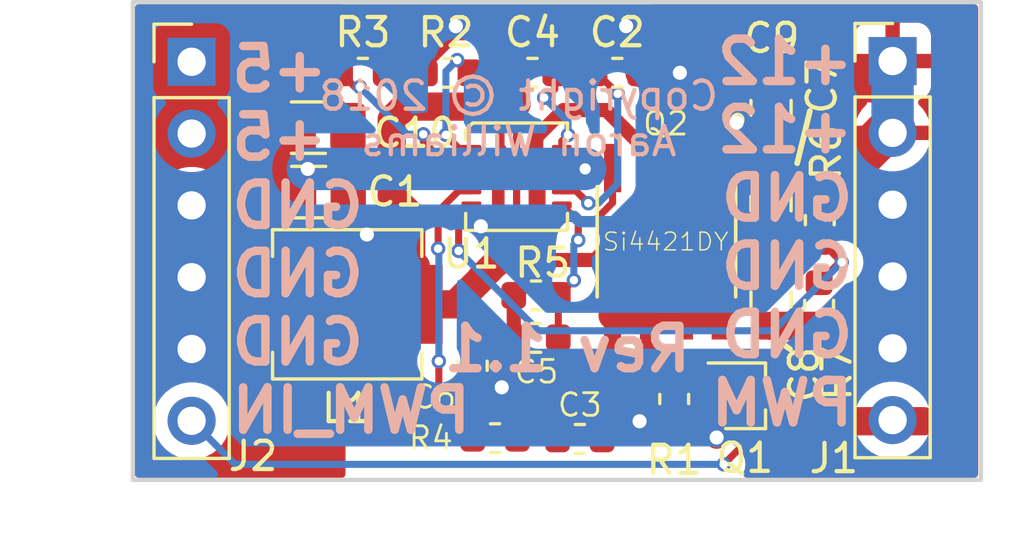
<source format=kicad_pcb>
(kicad_pcb (version 20221018) (generator pcbnew)
  (title_block (title "12V Booster 2A") (date "2018-10-31") (rev "1.1") (company "Copyright © 2018 by Aaron Williams"))
  (layers (0 "F.Cu" mixed) (31 "B.Cu" mixed) (34 "B.Paste" user) (35 "F.Paste" user) (36 "B.SilkS" user "B.Silkscreen") (37 "F.SilkS" user "F.Silkscreen") (38 "B.Mask" user) (39 "F.Mask" user) (44 "Edge.Cuts" user))
  (net 0 "")
  (net 1 "GND")
  (net 2 "/FB")
  (net 3 "+12V")
  (net 4 "+5V")
  (net 5 "/COMP")
  (net 6 "/PWM_CTL")
  (net 7 "/PWM")
  (net 8 "/VCC")
  (net 9 "/FREQ")
  (net 10 "/ILIMIT")
  (net 11 "/SW")
  (net 12 "/VOUT")
  (net 13 "/DISDRV")
  (net 14 "/BST")
  (net 15 "Net-(C3-Pad1)")
  (footprint "Resistor_SMD:R_0603_1608Metric" (layer "F.Cu") (at 129.7125 75.325)
    (fp_text reference "R4" (at -2.2725 -0.005 180) (layer "F.SilkS") (effects (font (size 0.8 0.8) (thickness 0.1))))
    (fp_text value "44.2K")
    (fp_line (start -0.162779 -0.51) (end 0.162779 -0.51) (stroke (width 0.12)) (layer "F.SilkS"))
    (fp_line (start -0.162779 0.51) (end 0.162779 0.51) (stroke (width 0.12)) (layer "F.SilkS"))
    (pad "1" smd roundrect (at -0.7875 0) (size 0.875 0.95) (layers "F.Cu" "F.Paste" "F.Mask") (net 5 "/COMP"))
    (pad "2" smd roundrect (at 0.7875 0) (size 0.875 0.95) (layers "F.Cu" "F.Paste" "F.Mask") (net 15 "Net-(C3-Pad1)"))
  )
  (footprint "Resistor_SMD:R_0603_1608Metric" (layer "F.Cu") (at 125.0375 62.4)
    (fp_text reference "R3" (at 0 -1.43) (layer "F.SilkS"))
    (fp_text value "68.1K")
    (fp_line (start -0.162779 -0.51) (end 0.162779 -0.51) (stroke (width 0.12)) (layer "F.SilkS"))
    (fp_line (start -0.162779 0.51) (end 0.162779 0.51) (stroke (width 0.12)) (layer "F.SilkS"))
    (pad "1" smd roundrect (at -0.7875 0) (size 0.875 0.95) (layers "F.Cu" "F.Paste" "F.Mask") (net 10 "/ILIMIT"))
    (pad "2" smd roundrect (at 0.7875 0) (size 0.875 0.95) (layers "F.Cu" "F.Paste" "F.Mask") (net 1 "GND"))
  )
  (footprint "Resistor_SMD:R_0603_1608Metric" (layer "F.Cu") (at 128.0375 62.4 180)
    (fp_text reference "R2" (at 0.0625 1.425 180) (layer "F.SilkS"))
    (fp_text value "88.7K")
    (fp_line (start -0.162779 -0.51) (end 0.162779 -0.51) (stroke (width 0.12)) (layer "F.SilkS"))
    (fp_line (start -0.162779 0.51) (end 0.162779 0.51) (stroke (width 0.12)) (layer "F.SilkS"))
    (pad "1" smd roundrect (at -0.7875 0 180) (size 0.875 0.95) (layers "F.Cu" "F.Paste" "F.Mask") (net 9 "/FREQ"))
    (pad "2" smd roundrect (at 0.7875 0 180) (size 0.875 0.95) (layers "F.Cu" "F.Paste" "F.Mask") (net 1 "GND"))
  )
  (footprint "Resistor_SMD:R_0603_1608Metric" (layer "F.Cu") (at 136.05 73.9375 -90)
    (fp_text reference "R1" (at 2.1625 0) (layer "F.SilkS"))
    (fp_text value "100K")
    (fp_line (start -0.162779 -0.51) (end 0.162779 -0.51) (stroke (width 0.12)) (layer "F.SilkS"))
    (fp_line (start -0.162779 0.51) (end 0.162779 0.51) (stroke (width 0.12)) (layer "F.SilkS"))
    (pad "1" smd roundrect (at -0.7875 0 270) (size 0.875 0.95) (layers "F.Cu" "F.Paste" "F.Mask") (net 6 "/PWM_CTL"))
    (pad "2" smd roundrect (at 0.7875 0 270) (size 0.875 0.95) (layers "F.Cu" "F.Paste" "F.Mask") (net 1 "GND"))
  )
  (footprint "Package_TO_SOT_SMD:SOT-323_SC-70" (layer "F.Cu") (at 138.55 73.825)
    (fp_text reference "Q1" (at 0 2.2 180) (layer "F.SilkS"))
    (fp_text value "BSS214NW")
    (fp_line (start -0.68 1.16) (end 0.73 1.16) (stroke (width 0.12)) (layer "F.SilkS"))
    (fp_line (start 0.73 -1.16) (end -1.3 -1.16) (stroke (width 0.12)) (layer "F.SilkS"))
    (fp_line (start 0.73 -1.16) (end 0.73 -0.5) (stroke (width 0.12)) (layer "F.SilkS"))
    (fp_line (start 0.73 0.5) (end 0.73 1.16) (stroke (width 0.12)) (layer "F.SilkS"))
    (pad "1" smd rect (at -1 -0.65 270) (size 0.45 0.7) (layers "F.Cu" "F.Paste" "F.Mask") (net 6 "/PWM_CTL"))
    (pad "2" smd rect (at -1 0.65 270) (size 0.45 0.7) (layers "F.Cu" "F.Paste" "F.Mask") (net 1 "GND"))
    (pad "3" smd rect (at 1 0 270) (size 0.45 0.7) (layers "F.Cu" "F.Paste" "F.Mask") (net 7 "/PWM"))
  )
  (footprint "Capacitor_SMD:C_1206_3216Metric" (layer "F.Cu") (at 123.12 66.62)
    (fp_text reference "C1" (at 3.05 -0.015) (layer "F.SilkS"))
    (fp_text value "68uF")
    (fp_line (start -0.602064 -0.91) (end 0.602064 -0.91) (stroke (width 0.12)) (layer "F.SilkS"))
    (fp_line (start -0.602064 0.91) (end 0.602064 0.91) (stroke (width 0.12)) (layer "F.SilkS"))
    (pad "1" smd roundrect (at -1.4 0) (size 1.25 1.75) (layers "F.Cu" "F.Paste" "F.Mask") (roundrect_rratio 0.2) (net 4 "+5V"))
    (pad "2" smd roundrect (at 1.4 0) (size 1.25 1.75) (layers "F.Cu" "F.Paste" "F.Mask") (roundrect_rratio 0.2) (net 1 "GND"))
  )
  (footprint "Capacitor_SMD:C_0805_2012Metric" (layer "F.Cu") (at 139.475 63.6375 -90)
    (fp_text reference "C9" (at -2.4625 -0.025) (layer "F.SilkS"))
    (fp_text value "22uF")
    (fp_line (start -0.258578 -0.71) (end 0.258578 -0.71) (stroke (width 0.12)) (layer "F.SilkS"))
    (fp_line (start -0.258578 0.71) (end 0.258578 0.71) (stroke (width 0.12)) (layer "F.SilkS"))
    (pad "1" smd roundrect (at -0.9375 0 270) (size 0.975 1.4) (layers "F.Cu" "F.Paste" "F.Mask") (net 3 "+12V"))
    (pad "2" smd roundrect (at 0.9375 0 270) (size 0.975 1.4) (layers "F.Cu" "F.Paste" "F.Mask") (net 1 "GND"))
  )
  (footprint "Capacitor_SMD:C_0805_2012Metric" (layer "F.Cu") (at 139.475 67.025 90)
    (fp_text reference "C7" (at 4.15 1.8 270) (layer "F.SilkS"))
    (fp_text value "22uF")
    (fp_line (start -0.258578 -0.71) (end 0.258578 -0.71) (stroke (width 0.12)) (layer "F.SilkS"))
    (fp_line (start -0.258578 0.71) (end 0.258578 0.71) (stroke (width 0.12)) (layer "F.SilkS"))
    (pad "1" smd roundrect (at -0.9375 0 90) (size 0.975 1.4) (layers "F.Cu" "F.Paste" "F.Mask") (net 3 "+12V"))
    (pad "2" smd roundrect (at 0.9375 0 90) (size 0.975 1.4) (layers "F.Cu" "F.Paste" "F.Mask") (net 1 "GND"))
  )
  (footprint "Capacitor_SMD:C_0603_1608Metric" (layer "F.Cu") (at 131.0375 62.4)
    (fp_text reference "C4" (at 0 -1.43) (layer "F.SilkS"))
    (fp_text value "0.1uF")
    (fp_line (start -0.162779 -0.51) (end 0.162779 -0.51) (stroke (width 0.12)) (layer "F.SilkS"))
    (fp_line (start -0.162779 0.51) (end 0.162779 0.51) (stroke (width 0.12)) (layer "F.SilkS"))
    (pad "1" smd roundrect (at -0.7875 0) (size 0.875 0.95) (layers "F.Cu" "F.Paste" "F.Mask") (net 11 "/SW"))
    (pad "2" smd roundrect (at 0.7875 0) (size 0.875 0.95) (layers "F.Cu" "F.Paste" "F.Mask") (net 14 "/BST"))
  )
  (footprint "Capacitor_SMD:C_0603_1608Metric" (layer "F.Cu") (at 132.7125 75.35)
    (fp_text reference "C3" (at 0 -1.2) (layer "F.SilkS") (effects (font (size 0.8 0.8) (thickness 0.1))))
    (fp_text value "680pF")
    (fp_line (start -0.162779 -0.51) (end 0.162779 -0.51) (stroke (width 0.12)) (layer "F.SilkS"))
    (fp_line (start -0.162779 0.51) (end 0.162779 0.51) (stroke (width 0.12)) (layer "F.SilkS"))
    (pad "1" smd roundrect (at -0.7875 0) (size 0.875 0.95) (layers "F.Cu" "F.Paste" "F.Mask") (net 15 "Net-(C3-Pad1)"))
    (pad "2" smd roundrect (at 0.7875 0) (size 0.875 0.95) (layers "F.Cu" "F.Paste" "F.Mask") (net 1 "GND"))
  )
  (footprint "Capacitor_SMD:C_0603_1608Metric" (layer "F.Cu") (at 134.0375 62.4)
    (fp_text reference "C2" (at 0 -1.43) (layer "F.SilkS"))
    (fp_text value "4.7uF")
    (fp_line (start -0.162779 -0.51) (end 0.162779 -0.51) (stroke (width 0.12)) (layer "F.SilkS"))
    (fp_line (start -0.162779 0.51) (end 0.162779 0.51) (stroke (width 0.12)) (layer "F.SilkS"))
    (pad "1" smd roundrect (at -0.7875 0) (size 0.875 0.95) (layers "F.Cu" "F.Paste" "F.Mask") (net 8 "/VCC"))
    (pad "2" smd roundrect (at 0.7875 0) (size 0.875 0.95) (layers "F.Cu" "F.Paste" "F.Mask") (net 1 "GND"))
  )
  (footprint "Aaron:SOIC127P600X175-8N" (layer "F.Cu") (at 135.775 68.375 -90)
    (fp_text reference "Q2" (at -4.175 0.025) (layer "F.SilkS") (effects (font (size 0.8 0.8) (thickness 0.1))))
    (fp_text value "Si4421DY" (at 0 0.025) (layer "F.SilkS") (effects (font (size 0.629921 0.629921) (thickness 0.05))))
    (fp_line (start -1.95 -2.45) (end 1.95 -2.45) (stroke (width 0.127)) (layer "F.SilkS"))
    (fp_line (start -1.95 2.45) (end 1.95 2.45) (stroke (width 0.127)) (layer "F.SilkS"))
    (fp_circle (center -4.315 -2.515) (end -4.115 -2.515) (stroke (width 0.1)) (fill none) (layer "F.SilkS"))
    (pad "1" smd rect (at -2.605 -1.905 270) (size 1.71 0.61) (layers "F.Cu" "F.Paste" "F.Mask") (net 12 "/VOUT"))
    (pad "2" smd rect (at -2.605 -0.635 270) (size 1.71 0.61) (layers "F.Cu" "F.Paste" "F.Mask") (net 12 "/VOUT"))
    (pad "3" smd rect (at -2.605 0.635 270) (size 1.71 0.61) (layers "F.Cu" "F.Paste" "F.Mask") (net 12 "/VOUT"))
    (pad "4" smd rect (at -2.605 1.905 270) (size 1.71 0.61) (layers "F.Cu" "F.Paste" "F.Mask") (net 13 "/DISDRV"))
    (pad "5" smd rect (at 2.605 1.905 270) (size 1.71 0.61) (layers "F.Cu" "F.Paste" "F.Mask") (net 3 "+12V"))
    (pad "6" smd rect (at 2.605 0.635 270) (size 1.71 0.61) (layers "F.Cu" "F.Paste" "F.Mask") (net 3 "+12V"))
    (pad "7" smd rect (at 2.605 -0.635 270) (size 1.71 0.61) (layers "F.Cu" "F.Paste" "F.Mask") (net 3 "+12V"))
    (pad "8" smd rect (at 2.605 -1.905 270) (size 1.71 0.61) (layers "F.Cu" "F.Paste" "F.Mask") (net 3 "+12V"))
  )
  (footprint "Inductor_SMD:L_Vishay_IHLP-2020" (layer "F.Cu") (at 124.4835 70.59)
    (fp_text reference "L1" (at -0.0135 3.675) (layer "F.SilkS"))
    (fp_text value "0.068uH")
    (fp_line (start -2.64 -2.64) (end 2.64 -2.64) (stroke (width 0.12)) (layer "F.SilkS"))
    (fp_line (start -2.64 -1.695) (end -2.64 -2.64) (stroke (width 0.12)) (layer "F.SilkS"))
    (fp_line (start -2.64 1.695) (end -2.64 2.64) (stroke (width 0.12)) (layer "F.SilkS"))
    (fp_line (start -2.64 2.64) (end 2.64 2.64) (stroke (width 0.12)) (layer "F.SilkS"))
    (fp_line (start 2.64 -2.64) (end 2.64 -1.695) (stroke (width 0.12)) (layer "F.SilkS"))
    (fp_line (start 2.64 2.64) (end 2.64 1.695) (stroke (width 0.12)) (layer "F.SilkS"))
    (pad "1" smd rect (at -2.4265 0) (size 1.903 2.79) (layers "F.Cu" "F.Paste" "F.Mask") (net 4 "+5V"))
    (pad "2" smd rect (at 2.4265 0) (size 1.903 2.79) (layers "F.Cu" "F.Paste" "F.Mask") (net 11 "/SW"))
  )
  (footprint "Resistor_SMD:R_0603_1608Metric" (layer "F.Cu") (at 141.175 70.6125 -90)
    (fp_text reference "R7" (at 2.4125 -0.625 90) (layer "F.SilkS"))
    (fp_text value "80.6K")
    (fp_line (start -0.162779 -0.51) (end 0.162779 -0.51) (stroke (width 0.12)) (layer "F.SilkS"))
    (fp_line (start -0.162779 0.51) (end 0.162779 0.51) (stroke (width 0.12)) (layer "F.SilkS"))
    (pad "1" smd roundrect (at -0.7875 0 270) (size 0.875 0.95) (layers "F.Cu" "F.Paste" "F.Mask") (net 2 "/FB"))
    (pad "2" smd roundrect (at 0.7875 0 270) (size 0.875 0.95) (layers "F.Cu" "F.Paste" "F.Mask") (net 1 "GND"))
  )
  (footprint "Resistor_SMD:R_0603_1608Metric" (layer "F.Cu") (at 141.2 67.6125 -90)
    (fp_text reference "R6" (at -2.3875 -0.225 270) (layer "F.SilkS"))
    (fp_text value "732K")
    (fp_line (start -0.162779 -0.51) (end 0.162779 -0.51) (stroke (width 0.12)) (layer "F.SilkS"))
    (fp_line (start -0.162779 0.51) (end 0.162779 0.51) (stroke (width 0.12)) (layer "F.SilkS"))
    (pad "1" smd roundrect (at -0.7875 0 270) (size 0.875 0.95) (layers "F.Cu" "F.Paste" "F.Mask") (net 3 "+12V"))
    (pad "2" smd roundrect (at 0.7875 0 270) (size 0.875 0.95) (layers "F.Cu" "F.Paste" "F.Mask") (net 2 "/FB"))
  )
  (footprint "Capacitor_SMD:C_0805_2012Metric" (layer "F.Cu") (at 139.475 70.4125 -90)
    (fp_text reference "C8" (at 2.6625 -1.175 270) (layer "F.SilkS"))
    (fp_text value "22uF")
    (fp_line (start -0.258578 -0.71) (end 0.258578 -0.71) (stroke (width 0.12)) (layer "F.SilkS"))
    (fp_line (start -0.258578 0.71) (end 0.258578 0.71) (stroke (width 0.12)) (layer "F.SilkS"))
    (pad "1" smd roundrect (at -0.9375 0 270) (size 0.975 1.4) (layers "F.Cu" "F.Paste" "F.Mask") (net 3 "+12V"))
    (pad "2" smd roundrect (at 0.9375 0 270) (size 0.975 1.4) (layers "F.Cu" "F.Paste" "F.Mask") (net 1 "GND"))
  )
  (footprint "Connector_PinHeader_2.54mm:PinHeader_1x06_P2.54mm_Vertical" (layer "F.Cu") (at 143.775 61.985)
    (fp_text reference "J1" (at -2.075 14.05) (layer "F.SilkS"))
    (fp_text value "Conn_01x06")
    (fp_line (start -1.33 -1.33) (end 0 -1.33) (stroke (width 0.12)) (layer "F.SilkS"))
    (fp_line (start -1.33 0) (end -1.33 -1.33) (stroke (width 0.12)) (layer "F.SilkS"))
    (fp_line (start -1.33 1.27) (end -1.33 14.03) (stroke (width 0.12)) (layer "F.SilkS"))
    (fp_line (start -1.33 1.27) (end 1.33 1.27) (stroke (width 0.12)) (layer "F.SilkS"))
    (fp_line (start -1.33 14.03) (end 1.33 14.03) (stroke (width 0.12)) (layer "F.SilkS"))
    (fp_line (start 1.33 1.27) (end 1.33 14.03) (stroke (width 0.12)) (layer "F.SilkS"))
    (pad "1" thru_hole rect (at 0 0) (size 1.7 1.7) (drill 1) (layers "*.Cu" "*.Mask") (net 3 "+12V"))
    (pad "2" thru_hole oval (at 0 2.54) (size 1.7 1.7) (drill 1) (layers "*.Cu" "*.Mask") (net 3 "+12V"))
    (pad "3" thru_hole oval (at 0 5.08) (size 1.7 1.7) (drill 1) (layers "*.Cu" "*.Mask") (net 1 "GND"))
    (pad "4" thru_hole oval (at 0 7.62) (size 1.7 1.7) (drill 1) (layers "*.Cu" "*.Mask") (net 1 "GND"))
    (pad "5" thru_hole oval (at 0 10.16) (size 1.7 1.7) (drill 1) (layers "*.Cu" "*.Mask") (net 1 "GND"))
    (pad "6" thru_hole oval (at 0 12.7) (size 1.7 1.7) (drill 1) (layers "*.Cu" "*.Mask") (net 7 "/PWM"))
  )
  (footprint "Connector_PinHeader_2.54mm:PinHeader_1x06_P2.54mm_Vertical" (layer "F.Cu") (at 118.98 62.01)
    (fp_text reference "J2" (at 2.175 13.95) (layer "F.SilkS"))
    (fp_text value "Conn_01x06")
    (fp_line (start -1.33 -1.33) (end 0 -1.33) (stroke (width 0.12)) (layer "F.SilkS"))
    (fp_line (start -1.33 0) (end -1.33 -1.33) (stroke (width 0.12)) (layer "F.SilkS"))
    (fp_line (start -1.33 1.27) (end -1.33 14.03) (stroke (width 0.12)) (layer "F.SilkS"))
    (fp_line (start -1.33 1.27) (end 1.33 1.27) (stroke (width 0.12)) (layer "F.SilkS"))
    (fp_line (start -1.33 14.03) (end 1.33 14.03) (stroke (width 0.12)) (layer "F.SilkS"))
    (fp_line (start 1.33 1.27) (end 1.33 14.03) (stroke (width 0.12)) (layer "F.SilkS"))
    (pad "1" thru_hole rect (at 0 0) (size 1.7 1.7) (drill 1) (layers "*.Cu" "*.Mask") (net 4 "+5V"))
    (pad "2" thru_hole oval (at 0 2.54) (size 1.7 1.7) (drill 1) (layers "*.Cu" "*.Mask") (net 4 "+5V"))
    (pad "3" thru_hole oval (at 0 5.08) (size 1.7 1.7) (drill 1) (layers "*.Cu" "*.Mask") (net 1 "GND"))
    (pad "4" thru_hole oval (at 0 7.62) (size 1.7 1.7) (drill 1) (layers "*.Cu" "*.Mask") (net 1 "GND"))
    (pad "5" thru_hole oval (at 0 10.16) (size 1.7 1.7) (drill 1) (layers "*.Cu" "*.Mask") (net 1 "GND"))
    (pad "6" thru_hole oval (at 0 12.7) (size 1.7 1.7) (drill 1) (layers "*.Cu" "*.Mask") (net 6 "/PWM_CTL"))
  )
  (footprint "Capacitor_SMD:C_0603_1608Metric" (layer "F.Cu") (at 131.1625 71.775)
    (fp_text reference "C5" (at 0.0125 1.2) (layer "F.SilkS") (effects (font (size 0.8 0.8) (thickness 0.1))))
    (fp_text value "0.018uF")
    (fp_line (start -0.162779 -0.51) (end 0.162779 -0.51) (stroke (width 0.12)) (layer "F.SilkS"))
    (fp_line (start -0.162779 0.51) (end 0.162779 0.51) (stroke (width 0.12)) (layer "F.SilkS"))
    (pad "1" smd roundrect (at -0.7875 0) (size 0.875 0.95) (layers "F.Cu" "F.Paste" "F.Mask") (net 12 "/VOUT"))
    (pad "2" smd roundrect (at 0.7875 0) (size 0.875 0.95) (layers "F.Cu" "F.Paste" "F.Mask") (net 13 "/DISDRV"))
  )
  (footprint "Resistor_SMD:R_0603_1608Metric" (layer "F.Cu") (at 131.1625 70.275)
    (fp_text reference "R5" (at 0.2375 -1.15) (layer "F.SilkS"))
    (fp_text value "162K")
    (fp_line (start -0.162779 -0.51) (end 0.162779 -0.51) (stroke (width 0.12)) (layer "F.SilkS"))
    (fp_line (start -0.162779 0.51) (end 0.162779 0.51) (stroke (width 0.12)) (layer "F.SilkS"))
    (pad "1" smd roundrect (at -0.7875 0) (size 0.875 0.95) (layers "F.Cu" "F.Paste" "F.Mask") (net 12 "/VOUT"))
    (pad "2" smd roundrect (at 0.7875 0) (size 0.875 0.95) (layers "F.Cu" "F.Paste" "F.Mask") (net 13 "/DISDRV"))
  )
  (footprint "Capacitor_SMD:C_0603_1608Metric" (layer "F.Cu") (at 128.925 72.7625 -90)
    (fp_text reference "C6" (at 1.1075 1.365 180) (layer "F.SilkS") (effects (font (size 0.8 0.8) (thickness 0.1))))
    (fp_text value "3.3uF")
    (fp_line (start -0.162779 -0.51) (end 0.162779 -0.51) (stroke (width 0.12)) (layer "F.SilkS"))
    (fp_line (start -0.162779 0.51) (end 0.162779 0.51) (stroke (width 0.12)) (layer "F.SilkS"))
    (pad "1" smd roundrect (at -0.7875 0 270) (size 0.875 0.95) (layers "F.Cu" "F.Paste" "F.Mask") (net 12 "/VOUT"))
    (pad "2" smd roundrect (at 0.7875 0 270) (size 0.875 0.95) (layers "F.Cu" "F.Paste" "F.Mask") (net 1 "GND"))
  )
  (footprint "Aaron:Texas_13_3.0x3.5mm_VQFN_Hotrod_Pitch_0.5mm" (layer "F.Cu") (at 130.475 66.075)
    (fp_text reference "U1" (at -1.6 2.725) (layer "F.SilkS"))
    (fp_text value "TPS611781RNW" hide)
    (fp_line (start -1.8 -1.65) (end -1.55 -1.9) (stroke (width 0.12)) (layer "F.SilkS"))
    (fp_line (start -1.8 -1.3) (end -1.8 -1.65) (stroke (width 0.12)) (layer "F.SilkS"))
    (fp_line (start -1.8 1.3) (end -1.8 1.9) (stroke (width 0.12)) (layer "F.SilkS"))
    (fp_line (start -1.8 1.9) (end 1.8 1.9) (stroke (width 0.12)) (layer "F.SilkS"))
    (fp_line (start -1.55 -1.9) (end 1.8 -1.9) (stroke (width 0.12)) (layer "F.SilkS"))
    (fp_line (start 1.8 -1.9) (end 1.8 -1.3) (stroke (width 0.12)) (layer "F.SilkS"))
    (fp_line (start 1.8 1.9) (end 1.8 1.3) (stroke (width 0.12)) (layer "F.SilkS"))
    (pad "1" smd roundrect (at -1.6 -1) (size 0.7 0.25) (layers "F.Cu" "F.Paste" "F.Mask") (net 9 "/FREQ"))
    (pad "2" smd roundrect (at -1.6 -0.5) (size 0.7 0.25) (layers "F.Cu" "F.Paste" "F.Mask") (net 1 "GND"))
    (pad "3" smd roundrect (at -1.6 0) (size 0.7 0.25) (layers "F.Cu" "F.Paste" "F.Mask") (net 10 "/ILIMIT"))
    (pad "4" smd roundrect (at -1.6 0.5) (size 0.7 0.25) (layers "F.Cu" "F.Paste" "F.Mask") (net 5 "/COMP"))
    (pad "5" smd roundrect (at -1.6 1) (size 0.7 0.25) (layers "F.Cu" "F.Paste" "F.Mask") (net 2 "/FB"))
    (pad "6" smd roundrect (at -0.55 0) (size 0.25 3.4) (layers "F.Cu" "F.Mask") (net 1 "GND"))
    (pad "7" smd roundrect (at 0 0) (size 0.25 3.4) (layers "F.Cu" "F.Mask") (net 11 "/SW"))
    (pad "8" smd roundrect (at 0.55 0) (size 0.25 3.4) (layers "F.Cu" "F.Mask") (net 12 "/VOUT"))
    (pad "9" smd roundrect (at 1.6 1) (size 0.7 0.25) (layers "F.Cu" "F.Paste" "F.Mask") (net 13 "/DISDRV"))
    (pad "10" smd roundrect (at 1.6 0.5) (size 0.7 0.25) (layers "F.Cu" "F.Paste" "F.Mask") (net 8 "/VCC"))
    (pad "11" smd roundrect (at 1.6 0) (size 0.7 0.25) (layers "F.Cu" "F.Paste" "F.Mask") (net 4 "+5V"))
    (pad "12" smd roundrect (at 1.6 -0.5) (size 0.7 0.25) (layers "F.Cu" "F.Paste" "F.Mask") (net 4 "+5V"))
    (pad "13" smd roundrect (at 1.6 -1) (size 0.7 0.25) (layers "F.Cu" "F.Paste" "F.Mask") (net 14 "/BST"))
  )
  (footprint "Capacitor_SMD:C_1206_3216Metric" (layer "F.Cu") (at 123.11 64.34)
    (fp_text reference "C10" (at 3.76 0.19) (layer "F.SilkS"))
    (fp_text value "68uF")
    (fp_line (start -0.602064 -0.91) (end 0.602064 -0.91) (stroke (width 0.12)) (layer "F.SilkS"))
    (fp_line (start -0.602064 0.91) (end 0.602064 0.91) (stroke (width 0.12)) (layer "F.SilkS"))
    (pad "1" smd roundrect (at -1.4 0) (size 1.25 1.75) (layers "F.Cu" "F.Paste" "F.Mask") (roundrect_rratio 0.2) (net 4 "+5V"))
    (pad "2" smd roundrect (at 1.4 0) (size 1.25 1.75) (layers "F.Cu" "F.Paste" "F.Mask") (roundrect_rratio 0.2) (net 1 "GND"))
  )
  (gr_line (start 140.85 63.75) (end 140.4 65.6) (stroke (width 0.2)) (layer "F.SilkS"))
  (gr_line (start 140.15 72.175) (end 139.9 72) (stroke (width 0.2)) (layer "F.SilkS"))
  (gr_line (start 116.9 59.9) (end 146.9 59.9) (stroke (width 0.15)) (layer "Edge.Cuts"))
  (gr_line (start 116.9 76.8) (end 116.9 59.9) (stroke (width 0.15)) (layer "Edge.Cuts"))
  (gr_line (start 146.9 59.9) (end 146.9 76.8) (stroke (width 0.15)) (layer "Edge.Cuts"))
  (gr_line (start 146.875 76.8) (end 116.89 76.8) (stroke (width 0.15)) (layer "Edge.Cuts"))
  (gr_text "+12\n+12\nGND\nGND\nGND\nPWM" (at 142.525 68.05) (layer "B.SilkS") (effects (font (size 1.5 1.5) (thickness 0.3)) (justify left mirror)))
  (gr_text "+5\n+5\nGND\nGND\nGND\nPWM_IN" (at 120.25 68.31) (layer "B.SilkS") (effects (font (size 1.5 1.5) (thickness 0.3)) (justify right mirror)))
  (gr_text "Copyright © 2018\nAaron Williams" (at 130.55 64.02) (layer "B.SilkS") (effects (font (size 1 1)) (justify mirror)))
  (gr_text "Rev 1.1" (at 132.27 72.17) (layer "B.SilkS") (effects (font (size 1.5 1.5) (thickness 0.3)) (justify mirror)))
  (segment (start 138.26 64.16) (end 136.849999 62.749999) (width 1) (layer "F.Cu") (net 1))
  (segment (start 124.52 67.595) (end 125.045 68.12) (width 1) (layer "F.Cu") (net 1))
  (segment (start 143.03 71.4) (end 143.775 72.145) (width 1) (layer "F.Cu") (net 1))
  (segment (start 138.675 64.575) (end 138.26 64.16) (width 1) (layer "F.Cu") (net 1))
  (segment (start 143.775 69.605) (end 143.775 67.065) (width 1.5) (layer "F.Cu") (net 1))
  (segment (start 136.25 62.4) (end 134.825 62.4) (width 1) (layer "F.Cu") (net 1))
  (segment (start 129.925 65.115) (end 129.925 66.075) (width 0.4) (layer "F.Cu") (net 1))
  (segment (start 128.875 65.575) (end 129.425 65.575) (width 0.25) (layer "F.Cu") (net 1))
  (segment (start 135.286612 61.686604) (end 134.700007 61.099999) (width 1) (layer "F.Cu") (net 1))
  (segment (start 125.045 68.12) (end 125.18 68.12) (width 1) (layer "F.Cu") (net 1))
  (segment (start 135.286612 61.938388) (end 135.286612 61.686604) (width 1) (layer "F.Cu") (net 1))
  (segment (start 129.72929 67.310706) (end 129.21 67.829996) (width 0.4) (layer "F.Cu") (net 1))
  (segment (start 139.475 66.0875) (end 139.475 64.575) (width 1.5) (layer "F.Cu") (net 1))
  (segment (start 141.175 71.4) (end 143.03 71.4) (width 1) (layer "F.Cu") (net 1))
  (segment (start 127.25 62.4) (end 127.25 61.825) (width 0.8) (layer "F.Cu") (net 1))
  (segment (start 129.925 73.55) (end 129.95 73.525) (width 0.5) (layer "F.Cu") (net 1))
  (segment (start 139.475 71.35) (end 141.125 71.35) (width 1) (layer "F.Cu") (net 1))
  (segment (start 128.925 73.55) (end 129.925 73.55) (width 0.5) (layer "F.Cu") (net 1))
  (segment (start 124.51 66.61) (end 124.52 66.62) (width 1) (layer "F.Cu") (net 1))
  (segment (start 129.72929 66.27071) (end 129.72929 67.310706) (width 0.25) (layer "F.Cu") (net 1))
  (segment (start 129.925 66.075) (end 129.72929 66.27071) (width 0.25) (layer "F.Cu") (net 1))
  (segment (start 137.55 74.475) (end 137.55 75.3) (width 0.8) (layer "F.Cu") (net 1))
  (segment (start 134.824989 74.724999) (end 134.125001 74.724999) (width 0.5) (layer "F.Cu") (net 1))
  (segment (start 134.350008 60.75) (end 128.32504 60.75) (width 1) (layer "F.Cu") (net 1))
  (segment (start 118.98 69.63) (end 118.98 72.17) (width 1.5) (layer "F.Cu") (net 1))
  (segment (start 118.98 67.09) (end 118.98 69.63) (width 1.5) (layer "F.Cu") (net 1))
  (segment (start 141.125 71.35) (end 141.175 71.4) (width 1) (layer "F.Cu") (net 1))
  (segment (start 139.475 64.575) (end 138.675 64.575) (width 1) (layer "F.Cu") (net 1))
  (segment (start 135.319963 74.724999) (end 134.824989 74.724999) (width 0.5) (layer "F.Cu") (net 1))
  (segment (start 134.700007 61.099999) (end 134.350008 60.75) (width 1) (layer "F.Cu") (net 1))
  (segment (start 134.125001 74.724999) (end 133.5 75.35) (width 0.5) (layer "F.Cu") (net 1))
  (segment (start 127.25 61.825) (end 128.325 60.75) (width 0.8) (layer "F.Cu") (net 1))
  (segment (start 136.05 74.725) (end 135.319963 74.724999) (width 0.5) (layer "F.Cu") (net 1))
  (segment (start 136.849999 62.749999) (end 136.599999 62.749999) (width 1) (layer "F.Cu") (net 1))
  (segment (start 127.25 62.4) (end 125.825 62.4) (width 0.8) (layer "F.Cu") (net 1))
  (segment (start 136.599999 62.749999) (end 136.25 62.4) (width 1) (layer "F.Cu") (net 1))
  (segment (start 124.52 66.62) (end 124.52 67.595) (width 1) (layer "F.Cu") (net 1))
  (segment (start 143.775 72.145) (end 143.775 69.605) (width 1.5) (layer "F.Cu") (net 1))
  (segment (start 124.51 64.34) (end 124.51 66.61) (width 1) (layer "F.Cu") (net 1))
  (segment (start 134.825 62.4) (end 135.286612 61.938388) (width 1) (layer "F.Cu") (net 1))
  (segment (start 128.325 60.75) (end 128.32504 60.75) (width 0.8) (layer "F.Cu") (net 1))
  (segment (start 129.425 65.575) (end 129.925 66.075) (width 0.25) (layer "F.Cu") (net 1))
  (via (at 129.95 73.525) (size 0.7) (drill 0.5) (layers "F.Cu" "B.Cu") (net 1))
  (via (at 125.18 68.12) (size 0.7) (drill 0.5) (layers "F.Cu" "B.Cu") (net 1))
  (via (at 129.21 67.829996) (size 0.7) (drill 0.5) (layers "F.Cu" "B.Cu") (net 1))
  (via (at 136.25 62.4) (size 0.7) (drill 0.5) (layers "F.Cu" "B.Cu") (net 1))
  (via (at 134.350008 60.75) (size 0.7) (drill 0.5) (layers "F.Cu" "B.Cu") (net 1))
  (via (at 128.32504 60.75) (size 0.7) (drill 0.5) (layers "F.Cu" "B.Cu") (net 1))
  (via (at 138.26 64.16) (size 0.7) (drill 0.5) (layers "F.Cu" "B.Cu") (net 1))
  (via (at 134.824989 74.724999) (size 0.7) (drill 0.5) (layers "F.Cu" "B.Cu") (net 1))
  (via (at 137.55 75.3) (size 0.7) (drill 0.5) (layers "F.Cu" "B.Cu") (net 1))
  (segment (start 134.134892 67.665108) (end 132.697661 67.665108) (width 0.4) (layer "B.Cu") (net 1))
  (segment (start 129.559999 67.479997) (end 129.21 67.829996) (width 0.4) (layer "B.Cu") (net 1))
  (segment (start 132.51255 67.479997) (end 129.559999 67.479997) (width 0.4) (layer "B.Cu") (net 1))
  (segment (start 134.175 67.625) (end 134.134892 67.665108) (width 0.4) (layer "B.Cu") (net 1))
  (segment (start 132.697661 67.665108) (end 132.51255 67.479997) (width 0.4) (layer "B.Cu") (net 1))
  (segment (start 141.2 68.4) (end 141.275002 68.4) (width 0.25) (layer "F.Cu") (net 2))
  (segment (start 141.900002 69.099998) (end 141.175 69.825) (width 0.25) (layer "F.Cu") (net 2))
  (segment (start 141.975 69.099998) (end 141.900002 69.099998) (width 0.25) (layer "F.Cu") (net 2))
  (segment (start 141.275002 68.4) (end 141.975 69.099998) (width 0.25) (layer "F.Cu") (net 2))
  (segment (start 128.425 67.525) (end 128.425 68.7) (width 0.25) (layer "F.Cu") (net 2))
  (segment (start 128.875 67.075) (end 128.425 67.525) (width 0.25) (layer "F.Cu") (net 2))
  (via (at 128.425 68.7) (size 0.508) (drill 0.3) (layers "F.Cu" "B.Cu") (net 2))
  (via (at 141.975 69.099998) (size 0.508) (drill 0.3) (layers "F.Cu" "B.Cu") (net 2))
  (segment (start 141.721001 69.353997) (end 141.975 69.099998) (width 0.25) (layer "B.Cu") (net 2))
  (segment (start 139.549998 71.525) (end 141.721001 69.353997) (width 0.25) (layer "B.Cu") (net 2))
  (segment (start 128.425 68.7) (end 131.25 71.525) (width 0.25) (layer "B.Cu") (net 2))
  (segment (start 131.25 71.525) (end 139.549998 71.525) (width 0.25) (layer "B.Cu") (net 2))
  (segment (start 133.87 70.98) (end 135.14 70.98) (width 1) (layer "F.Cu") (net 3))
  (segment (start 139.475 69.475) (end 139.475 67.9625) (width 1) (layer "F.Cu") (net 3))
  (segment (start 141.2 66.825) (end 143.5 64.525) (width 1.5) (layer "F.Cu") (net 3))
  (segment (start 139.650625 67.9625) (end 140.788125 66.825) (width 1) (layer "F.Cu") (net 3))
  (segment (start 139.185 69.475) (end 139.475 69.475) (width 1) (layer "F.Cu") (net 3))
  (segment (start 143.5 64.525) (end 143.775 64.525) (width 1.5) (layer "F.Cu") (net 3))
  (segment (start 139.475 67.9625) (end 139.650625 67.9625) (width 1) (layer "F.Cu") (net 3))
  (segment (start 140.788125 66.825) (end 141.2 66.825) (width 1) (layer "F.Cu") (net 3))
  (segment (start 136.41 70.98) (end 137.68 70.98) (width 1) (layer "F.Cu") (net 3))
  (segment (start 135.14 70.98) (end 136.41 70.98) (width 1) (layer "F.Cu") (net 3))
  (segment (start 137.68 70.98) (end 139.185 69.475) (width 1) (layer "F.Cu") (net 3))
  (segment (start 143.06 62.7) (end 143.775 61.985) (width 1.5) (layer "F.Cu") (net 3))
  (segment (start 139.475 62.7) (end 143.06 62.7) (width 1.5) (layer "F.Cu") (net 3))
  (segment (start 143.775 64.525) (end 143.775 61.985) (width 1.5) (layer "B.Cu") (net 3))
  (segment (start 121.71 66.61) (end 121.72 66.62) (width 1) (layer "F.Cu") (net 4))
  (segment (start 132.075 66.075) (end 132.625 66.075) (width 0.25) (layer "F.Cu") (net 4))
  (segment (start 121.33 62.01) (end 121.34 62.02) (width 1.5) (layer "F.Cu") (net 4))
  (segment (start 132.675 65.575) (end 132.9 65.8) (width 0.25) (layer "F.Cu") (net 4))
  (segment (start 122.54 65.8) (end 121.72 66.62) (width 1) (layer "F.Cu") (net 4))
  (segment (start 121.5 64.55) (end 121.71 64.34) (width 1) (layer "F.Cu") (net 4))
  (segment (start 121.72 70.253) (end 122.057 70.59) (width 1) (layer "F.Cu") (net 4))
  (segment (start 123.09 65.8) (end 123.09 65.72) (width 1) (layer "F.Cu") (net 4))
  (segment (start 132.075 65.575) (end 132.675 65.575) (width 0.25) (layer "F.Cu") (net 4))
  (segment (start 121.71 64.34) (end 121.71 66.61) (width 1) (layer "F.Cu") (net 4))
  (segment (start 123.09 65.72) (end 121.71 64.34) (width 1) (layer "F.Cu") (net 4))
  (segment (start 132.075 66.075) (end 132.075 65.575) (width 0.25) (layer "F.Cu") (net 4))
  (segment (start 132.625 66.075) (end 132.9 65.8) (width 0.25) (layer "F.Cu") (net 4))
  (segment (start 118.98 62.01) (end 121.33 62.01) (width 1.5) (layer "F.Cu") (net 4))
  (segment (start 123.09 65.8) (end 122.54 65.8) (width 1) (layer "F.Cu") (net 4))
  (via (at 123.09 65.8) (size 0.7) (drill 0.5) (layers "F.Cu" "B.Cu") (net 4))
  (via (at 132.9 65.8) (size 0.8) (drill 0.4) (layers "F.Cu" "B.Cu") (net 4))
  (segment (start 132.9 65.8) (end 123.09 65.8) (width 1.5) (layer "B.Cu") (net 4))
  (segment (start 127.725 72.95921) (end 127.725 72.6) (width 0.25) (layer "F.Cu") (net 5))
  (segment (start 127.7 67.3) (end 127.7 68.26079) (width 0.25) (layer "F.Cu") (net 5))
  (segment (start 128.925 75.325) (end 127.725 74.125) (width 0.25) (layer "F.Cu") (net 5))
  (segment (start 127.725 74.125) (end 127.725 72.95921) (width 0.25) (layer "F.Cu") (net 5))
  (segment (start 128.425 66.575) (end 127.7 67.3) (width 0.25) (layer "F.Cu") (net 5))
  (segment (start 128.875 66.575) (end 128.425 66.575) (width 0.25) (layer "F.Cu") (net 5))
  (segment (start 127.7 68.26079) (end 127.7 68.62) (width 0.25) (layer "F.Cu") (net 5))
  (via (at 127.725 72.6) (size 0.508) (drill 0.3) (layers "F.Cu" "B.Cu") (net 5))
  (via (at 127.7 68.62) (size 0.508) (drill 0.3) (layers "F.Cu" "B.Cu") (net 5))
  (segment (start 127.725 72.6) (end 127.725 68.645) (width 0.25) (layer "B.Cu") (net 5))
  (segment (start 127.725 68.645) (end 127.7 68.62) (width 0.25) (layer "B.Cu") (net 5))
  (segment (start 136.075 73.175) (end 136.05 73.15) (width 0.25) (layer "F.Cu") (net 6))
  (segment (start 137.55 73.175) (end 137.675 73.175) (width 0.25) (layer "F.Cu") (net 6))
  (segment (start 138.5 74.295292) (end 138.5 75.55) (width 0.25) (layer "F.Cu") (net 6))
  (segment (start 137.675 73.175) (end 138.474992 73.974992) (width 0.25) (layer "F.Cu") (net 6))
  (segment (start 138.5 75.55) (end 137.8 76.25) (width 0.25) (layer "F.Cu") (net 6))
  (segment (start 138.474992 73.974992) (end 138.474992 74.270284) (width 0.25) (layer "F.Cu") (net 6))
  (segment (start 137.55 73.175) (end 136.075 73.175) (width 0.25) (layer "F.Cu") (net 6))
  (segment (start 138.474992 74.270284) (end 138.5 74.295292) (width 0.25) (layer "F.Cu") (net 6))
  (via (at 137.8 76.25) (size 0.508) (drill 0.3) (layers "F.Cu" "B.Cu") (net 6))
  (segment (start 119.829999 75.559999) (end 120.52 76.25) (width 0.25) (layer "B.Cu") (net 6))
  (segment (start 118.98 74.71) (end 119.829999 75.559999) (width 0.25) (layer "B.Cu") (net 6))
  (segment (start 137.8 76.25) (end 120.52 76.25) (width 0.25) (layer "B.Cu") (net 6))
  (segment (start 140.45 74.725) (end 139.55 73.825) (width 1) (layer "F.Cu") (net 7))
  (segment (start 144.875 74.725) (end 140.45 74.725) (width 1) (layer "F.Cu") (net 7))
  (segment (start 133.36 62.45) (end 133.796001 62.886001) (width 0.25) (layer "F.Cu") (net 8))
  (segment (start 133.796001 62.886001) (end 134.05 63.14) (width 0.25) (layer "F.Cu") (net 8))
  (segment (start 132.575477 66.575) (end 132.757584 66.757107) (width 0.25) (layer "F.Cu") (net 8))
  (segment (start 133.275 62.45) (end 133.36 62.45) (width 0.25) (layer "F.Cu") (net 8))
  (segment (start 132.075 66.575) (end 132.575477 66.575) (width 0.25) (layer "F.Cu") (net 8))
  (segment (start 132.757584 66.757107) (end 133.011583 67.011106) (width 0.25) (layer "F.Cu") (net 8))
  (via (at 134.05 63.14) (size 0.508) (drill 0.3) (layers "F.Cu" "B.Cu") (net 8))
  (via (at 133.011583 67.011106) (size 0.508) (drill 0.3) (layers "F.Cu" "B.Cu") (net 8))
  (segment (start 133.370793 67.011106) (end 133.011583 67.011106) (width 0.25) (layer "B.Cu") (net 8))
  (segment (start 134.05 66.331899) (end 133.370793 67.011106) (width 0.25) (layer "B.Cu") (net 8))
  (segment (start 134.05 63.14) (end 134.05 66.331899) (width 0.25) (layer "B.Cu") (net 8))
  (segment (start 128.875 65.075) (end 128.435 65.075) (width 0.25) (layer "F.Cu") (net 9))
  (segment (start 127.975 64.615) (end 127.975 64.59599) (width 0.25) (layer "F.Cu") (net 9))
  (segment (start 128.825 62.4) (end 128.375003 61.950003) (width 0.25) (layer "F.Cu") (net 9))
  (segment (start 128.435 65.075) (end 127.975 64.615) (width 0.25) (layer "F.Cu") (net 9))
  (via (at 128.375003 61.950003) (size 0.508) (drill 0.3) (layers "F.Cu" "B.Cu") (net 9))
  (via (at 127.975 64.59599) (size 0.508) (drill 0.3) (layers "F.Cu" "B.Cu") (net 9))
  (segment (start 127.975 62.350006) (end 127.975 64.59599) (width 0.25) (layer "B.Cu") (net 9))
  (segment (start 128.375003 61.950003) (end 127.975 62.350006) (width 0.25) (layer "B.Cu") (net 9))
  (segment (start 124.25 62.4) (end 124.75 62.9) (width 0.25) (layer "F.Cu") (net 10))
  (segment (start 127.175 64.825) (end 127.175 64.575) (width 0.25) (layer "F.Cu") (net 10))
  (segment (start 128.425 66.075) (end 127.175 64.825) (width 0.25) (layer "F.Cu") (net 10))
  (segment (start 124.75 62.9) (end 124.93 62.9) (width 0.25) (layer "F.Cu") (net 10))
  (segment (start 128.875 66.075) (end 128.425 66.075) (width 0.25) (layer "F.Cu") (net 10))
  (via (at 127.175 64.575) (size 0.508) (drill 0.3) (layers "F.Cu" "B.Cu") (net 10))
  (via (at 124.93 62.9) (size 0.508) (drill 0.3) (layers "F.Cu" "B.Cu") (net 10))
  (segment (start 125.183999 63.153999) (end 124.93 62.9) (width 0.25) (layer "B.Cu") (net 10))
  (segment (start 126.605 64.575) (end 125.183999 63.153999) (width 0.25) (layer "B.Cu") (net 10))
  (segment (start 127.175 64.575) (end 126.605 64.575) (width 0.25) (layer "B.Cu") (net 10))
  (segment (start 130.379002 63.104002) (end 130.379002 63.595998) (width 0.8) (layer "F.Cu") (net 11))
  (segment (start 130.475 63.5) (end 130.379002 63.595998) (width 1) (layer "F.Cu") (net 11))
  (segment (start 126.91 70.59) (end 128.31 70.59) (width 1) (layer "F.Cu") (net 11))
  (segment (start 129.23749 69.638184) (end 129.775684 69.09999) (width 1) (layer "F.Cu") (net 11))
  (segment (start 129.23749 69.66251) (end 129.23749 69.638184) (width 1) (layer "F.Cu") (net 11))
  (segment (start 130.475 68.425) (end 130.345988 68.554012) (width 0.5) (layer "F.Cu") (net 11))
  (segment (start 126.06 64.05) (end 126.06 66.76) (width 1) (layer "F.Cu") (net 11))
  (segment (start 126.771137 63.595998) (end 126.771137 63.603863) (width 1) (layer "F.Cu") (net 11))
  (segment (start 126.745999 67.445999) (end 126.745999 69.077921) (width 1) (layer "F.Cu") (net 11))
  (segment (start 130.475 67.875) (end 130.475 68.425) (width 0.5) (layer "F.Cu") (net 11))
  (segment (start 128.31 70.59) (end 129.23749 69.66251) (width 1) (layer "F.Cu") (net 11))
  (segment (start 130.475 66.075) (end 130.475 63.5) (width 0.25) (layer "F.Cu") (net 11))
  (segment (start 126.91 69.241922) (end 126.91 70.59) (width 1) (layer "F.Cu") (net 11))
  (segment (start 126.514002 63.595998) (end 126.06 64.05) (width 1) (layer "F.Cu") (net 11))
  (segment (start 126.771137 63.595998) (end 126.514002 63.595998) (width 1) (layer "F.Cu") (net 11))
  (segment (start 130.25 62.4) (end 130.25 62.975) (width 0.8) (layer "F.Cu") (net 11))
  (segment (start 129.775684 69.09999) (end 129.80001 69.09999) (width 1) (layer "F.Cu") (net 11))
  (segment (start 130.25 62.975) (end 130.379002 63.104002) (width 0.8) (layer "F.Cu") (net 11))
  (segment (start 126.06 66.76) (end 126.745999 67.445999) (width 1) (layer "F.Cu") (net 11))
  (segment (start 126.745999 69.077921) (end 126.91 69.241922) (width 1) (layer "F.Cu") (net 11))
  (segment (start 130.379002 63.595998) (end 126.771137 63.595998) (width 1) (layer "F.Cu") (net 11))
  (segment (start 129.80001 69.09999) (end 130.345988 68.554012) (width 1) (layer "F.Cu") (net 11))
  (segment (start 130.475 66.075) (end 130.475 67.875) (width 0.25) (layer "F.Cu") (net 11))
  (segment (start 135.14 65.22) (end 135.14 65.77) (width 0.5) (layer "F.Cu") (net 12))
  (segment (start 131.300009 68.725) (end 131.300009 68.127203) (width 0.5) (layer "F.Cu") (net 12))
  (segment (start 130.375 70.275) (end 130.836612 69.813388) (width 0.5) (layer "F.Cu") (net 12))
  (segment (start 131.330725 69.021796) (end 133.243204 69.021796) (width 0.5) (layer "F.Cu") (net 12))
  (segment (start 131.22071 65.87929) (end 131.22071 64.627901) (width 0.4) (layer "F.Cu") (net 12))
  (segment (start 131.22071 66.27071) (end 131.025 66.075) (width 0.4) (layer "F.Cu") (net 12))
  (segment (start 131.300009 68.127203) (end 131.300009 66.350009) (width 0.4) (layer "F.Cu") (net 12))
  (segment (start 132.13069 63.717921) (end 133.637921 63.717921) (width 0.5) (layer "F.Cu") (net 12))
  (segment (start 136.41 65.77) (end 137.68 65.77) (width 0.8) (layer "F.Cu") (net 12))
  (segment (start 131.025 66.075) (end 131.22071 65.87929) (width 0.4) (layer "F.Cu") (net 12))
  (segment (start 130.836612 69.454477) (end 131.300009 68.99108) (width 0.5) (layer "F.Cu") (net 12))
  (segment (start 135.14 67.125) (end 135.14 65.77) (width 0.5) (layer "F.Cu") (net 12))
  (segment (start 131.300009 68.99108) (end 131.330725 69.021796) (width 0.5) (layer "F.Cu") (net 12))
  (segment (start 130.836612 69.813388) (end 130.836612 69.454477) (width 0.5) (layer "F.Cu") (net 12))
  (segment (start 129.125 71.775) (end 128.925 71.975) (width 0.5) (layer "F.Cu") (net 12))
  (segment (start 136.41 65.77) (end 136.41 66.32) (width 0.5) (layer "F.Cu") (net 12))
  (segment (start 130.375 71.775) (end 129.125 71.775) (width 0.5) (layer "F.Cu") (net 12))
  (segment (start 131.22071 64.64) (end 131.22071 64.627901) (width 0.5) (layer "F.Cu") (net 12))
  (segment (start 130.175 71.975) (end 130.375 71.775) (width 0.25) (layer "F.Cu") (net 12))
  (segment (start 131.300009 68.99108) (end 131.300009 68.725) (width 0.5) (layer "F.Cu") (net 12))
  (segment (start 131.300009 66.350009) (end 131.025 66.075) (width 0.4) (layer "F.Cu") (net 12))
  (segment (start 131.22071 64.627901) (end 132.13069 63.717921) (width 0.5) (layer "F.Cu") (net 12))
  (segment (start 131.22071 67.92071) (end 131.22071 66.27071) (width 0.4) (layer "F.Cu") (net 12))
  (segment (start 133.243204 69.021796) (end 135.14 67.125) (width 0.5) (layer "F.Cu") (net 12))
  (segment (start 135.14 65.77) (end 136.41 65.77) (width 0.8) (layer "F.Cu") (net 12))
  (segment (start 133.637921 63.717921) (end 135.14 65.22) (width 0.5) (layer "F.Cu") (net 12))
  (segment (start 130.375 71.775) (end 130.375 70.275) (width 0.5) (layer "F.Cu") (net 12))
  (segment (start 131.95 70.275) (end 132.487979 69.737021) (width 0.25) (layer "F.Cu") (net 13))
  (segment (start 133.87 66.996252) (end 133.87 66.875) (width 0.25) (layer "F.Cu") (net 13))
  (segment (start 132.656052 67.958584) (end 132.656052 68.317794) (width 0.25) (layer "F.Cu") (net 13))
  (segment (start 133.276145 67.590107) (end 133.87 66.996252) (width 0.25) (layer "F.Cu") (net 13))
  (segment (start 132.075 67.075) (end 132.656052 67.656052) (width 0.25) (layer "F.Cu") (net 13))
  (segment (start 132.656052 67.656052) (end 132.656052 67.958584) (width 0.25) (layer "F.Cu") (net 13))
  (segment (start 132.590107 67.590107) (end 133.276145 67.590107) (width 0.25) (layer "F.Cu") (net 13))
  (segment (start 131.95 71.775) (end 131.95 70.275) (width 0.25) (layer "F.Cu") (net 13))
  (segment (start 132.075 67.075) (end 132.590107 67.590107) (width 0.25) (layer "F.Cu") (net 13))
  (segment (start 133.87 66.875) (end 133.87 65.77) (width 0.25) (layer "F.Cu") (net 13))
  (segment (start 132.487979 69.737021) (end 132.499999 69.737021) (width 0.25) (layer "F.Cu") (net 13))
  (via (at 132.656052 68.317794) (size 0.508) (drill 0.3) (layers "F.Cu" "B.Cu") (net 13))
  (via (at 132.499999 69.737021) (size 0.508) (drill 0.3) (layers "F.Cu" "B.Cu") (net 13))
  (segment (start 132.499999 68.473847) (end 132.656052 68.317794) (width 0.25) (layer "B.Cu") (net 13))
  (segment (start 132.499999 69.737021) (end 132.499999 68.473847) (width 0.25) (layer "B.Cu") (net 13))
  (segment (start 132.075 65.075) (end 132.075 64.815535) (width 0.25) (layer "F.Cu") (net 14))
  (segment (start 131.825 62.975) (end 131.52 63.28) (width 0.25) (layer "F.Cu") (net 14))
  (segment (start 131.52 63.28) (end 131.45 63.28) (width 0.25) (layer "F.Cu") (net 14))
  (segment (start 131.825 62.4) (end 131.825 62.975) (width 0.25) (layer "F.Cu") (net 14))
  (segment (start 132.075 64.815535) (end 132.294545 64.59599) (width 0.25) (layer "F.Cu") (net 14))
  (via (at 132.294545 64.59599) (size 0.508) (drill 0.3) (layers "F.Cu" "B.Cu") (net 14))
  (via (at 131.45 63.28) (size 0.508) (drill 0.3) (layers "F.Cu" "B.Cu") (net 14))
  (segment (start 132.294545 64.23678) (end 132.294545 64.59599) (width 0.25) (layer "B.Cu") (net 14))
  (segment (start 132.294545 64.124545) (end 132.294545 64.23678) (width 0.25) (layer "B.Cu") (net 14))
  (segment (start 131.45 63.28) (end 132.294545 64.124545) (width 0.25) (layer "B.Cu") (net 14))
  (segment (start 131.925 75.35) (end 130.525 75.35) (width 0.25) (layer "F.Cu") (net 15))
  (segment (start 130.525 75.35) (end 130.5 75.325) (width 0.25) (layer "F.Cu") (net 15))
  (zone (net 3) (net_name "+12V") (layer "F.Cu") (connect_pads (clearance 0.508)) (min_thickness 0.254) (fill yes (thermal_gap 0.508) (thermal_bridge_width 0.508))
    (polygon (pts (xy 133.075 59.95) (xy 146.8 59.95) (xy 146.8 76.8) (xy 133.225 76.8)))
  )
  (zone (net 4) (net_name "+5V") (layer "F.Cu") (connect_pads yes (clearance 0.508)) (min_thickness 0.254) (fill yes (thermal_gap 0.508) (thermal_bridge_width 0.508))
    (polygon (pts (xy 116.89 59.89) (xy 124.425 59.875) (xy 124.425 76.775) (xy 116.89 76.79)))
  )
  (zone (net 1) (net_name "GND") (layer "B.Cu") (connect_pads yes (clearance 0.508)) (min_thickness 0.254) (fill yes (thermal_gap 0.508) (thermal_bridge_width 0.508))
    (polygon (pts (xy 116.9 59.9) (xy 116.9 76.8) (xy 146.775 76.8) (xy 146.775 59.9)))
  )
)
</source>
